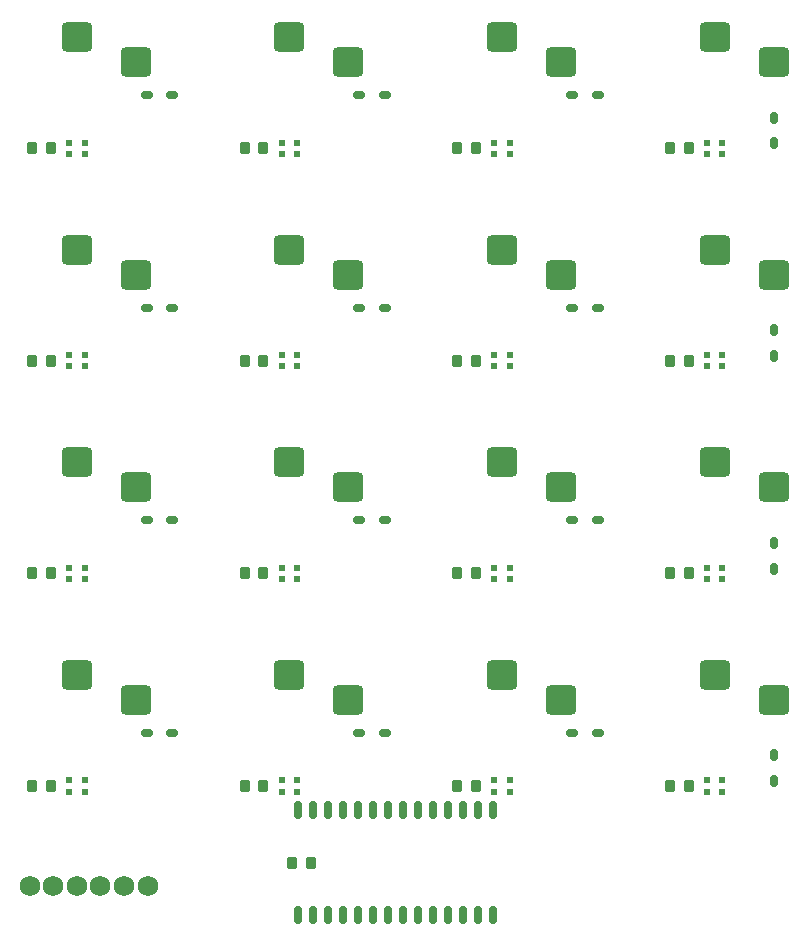
<source format=gts>
%TF.GenerationSoftware,KiCad,Pcbnew,9.0.7*%
%TF.CreationDate,2026-03-02T03:21:02+09:00*%
%TF.ProjectId,mixtee-key-pcb,6d697874-6565-42d6-9b65-792d7063622e,rev?*%
%TF.SameCoordinates,Original*%
%TF.FileFunction,Soldermask,Top*%
%TF.FilePolarity,Negative*%
%FSLAX46Y46*%
G04 Gerber Fmt 4.6, Leading zero omitted, Abs format (unit mm)*
G04 Created by KiCad (PCBNEW 9.0.7) date 2026-03-02 03:21:02*
%MOMM*%
%LPD*%
G01*
G04 APERTURE LIST*
G04 Aperture macros list*
%AMRoundRect*
0 Rectangle with rounded corners*
0 $1 Rounding radius*
0 $2 $3 $4 $5 $6 $7 $8 $9 X,Y pos of 4 corners*
0 Add a 4 corners polygon primitive as box body*
4,1,4,$2,$3,$4,$5,$6,$7,$8,$9,$2,$3,0*
0 Add four circle primitives for the rounded corners*
1,1,$1+$1,$2,$3*
1,1,$1+$1,$4,$5*
1,1,$1+$1,$6,$7*
1,1,$1+$1,$8,$9*
0 Add four rect primitives between the rounded corners*
20,1,$1+$1,$2,$3,$4,$5,0*
20,1,$1+$1,$4,$5,$6,$7,0*
20,1,$1+$1,$6,$7,$8,$9,0*
20,1,$1+$1,$8,$9,$2,$3,0*%
G04 Aperture macros list end*
%ADD10RoundRect,0.150000X-0.150000X-0.625000X0.150000X-0.625000X0.150000X0.625000X-0.150000X0.625000X0*%
%ADD11R,0.500000X0.550000*%
%ADD12RoundRect,0.225000X-0.225000X-0.275000X0.225000X-0.275000X0.225000X0.275000X-0.225000X0.275000X0*%
%ADD13RoundRect,0.175000X-0.325000X-0.175000X0.325000X-0.175000X0.325000X0.175000X-0.325000X0.175000X0*%
%ADD14RoundRect,0.375000X-0.900000X-0.875000X0.900000X-0.875000X0.900000X0.875000X-0.900000X0.875000X0*%
%ADD15RoundRect,0.175000X0.175000X-0.325000X0.175000X0.325000X-0.175000X0.325000X-0.175000X-0.325000X0*%
%ADD16C,1.750000*%
G04 APERTURE END LIST*
D10*
%TO.C,U1*%
X27745000Y-77445000D03*
X29015000Y-77445000D03*
X30285000Y-77445000D03*
X31555000Y-77445000D03*
X32825000Y-77445000D03*
X34095000Y-77445000D03*
X35365000Y-77445000D03*
X36635000Y-77445000D03*
X37905000Y-77445000D03*
X39175000Y-77445000D03*
X40445000Y-77445000D03*
X41715000Y-77445000D03*
X42985000Y-77445000D03*
X44255000Y-77445000D03*
X44255000Y-68555000D03*
X42985000Y-68555000D03*
X41715000Y-68555000D03*
X40445000Y-68555000D03*
X39175000Y-68555000D03*
X37905000Y-68555000D03*
X36635000Y-68555000D03*
X35365000Y-68555000D03*
X34095000Y-68555000D03*
X32825000Y-68555000D03*
X31555000Y-68555000D03*
X30285000Y-68555000D03*
X29015000Y-68555000D03*
X27745000Y-68555000D03*
%TD*%
D11*
%TO.C,LED14*%
X26350000Y-66025000D03*
X26350000Y-66975000D03*
X27650000Y-66975000D03*
X27650000Y-66025000D03*
%TD*%
%TO.C,LED13*%
X8350000Y-66025000D03*
X8350000Y-66975000D03*
X9650000Y-66975000D03*
X9650000Y-66025000D03*
%TD*%
D12*
%TO.C,C2*%
X23200000Y-12500000D03*
X24800000Y-12500000D03*
%TD*%
D13*
%TO.C,D9*%
X14900000Y-44000000D03*
X17100000Y-44000000D03*
%TD*%
%TO.C,D5*%
X14900000Y-26000000D03*
X17100000Y-26000000D03*
%TD*%
D14*
%TO.C,SW7*%
X45000000Y-21100000D03*
X50000000Y-23200000D03*
%TD*%
D11*
%TO.C,LED1*%
X8350000Y-12025000D03*
X8350000Y-12975000D03*
X9650000Y-12975000D03*
X9650000Y-12025000D03*
%TD*%
D15*
%TO.C,D16*%
X68000000Y-66100000D03*
X68000000Y-63900000D03*
%TD*%
D14*
%TO.C,SW13*%
X9000000Y-57100000D03*
X14000000Y-59200000D03*
%TD*%
%TO.C,SW16*%
X63000000Y-57100000D03*
X68000000Y-59200000D03*
%TD*%
%TO.C,SW1*%
X9000000Y-3100000D03*
X14000000Y-5200000D03*
%TD*%
D11*
%TO.C,LED9*%
X8350000Y-48025000D03*
X8350000Y-48975000D03*
X9650000Y-48975000D03*
X9650000Y-48025000D03*
%TD*%
D13*
%TO.C,D1*%
X14900000Y-8000000D03*
X17100000Y-8000000D03*
%TD*%
D11*
%TO.C,LED12*%
X62350000Y-48025000D03*
X62350000Y-48975000D03*
X63650000Y-48975000D03*
X63650000Y-48025000D03*
%TD*%
%TO.C,LED7*%
X44350000Y-30025000D03*
X44350000Y-30975000D03*
X45650000Y-30975000D03*
X45650000Y-30025000D03*
%TD*%
D15*
%TO.C,D12*%
X68000000Y-48100000D03*
X68000000Y-45900000D03*
%TD*%
D11*
%TO.C,LED16*%
X62350000Y-66025000D03*
X62350000Y-66975000D03*
X63650000Y-66975000D03*
X63650000Y-66025000D03*
%TD*%
D16*
%TO.C,J1*%
X5000000Y-75000000D03*
X7000000Y-75000000D03*
X9000000Y-75000000D03*
X11000000Y-75000000D03*
X13000000Y-75000000D03*
X15000000Y-75000000D03*
%TD*%
D12*
%TO.C,C13*%
X5200000Y-66500000D03*
X6800000Y-66500000D03*
%TD*%
D14*
%TO.C,SW8*%
X63000000Y-21100000D03*
X68000000Y-23200000D03*
%TD*%
D11*
%TO.C,LED11*%
X44350000Y-48025000D03*
X44350000Y-48975000D03*
X45650000Y-48975000D03*
X45650000Y-48025000D03*
%TD*%
D15*
%TO.C,D8*%
X68000000Y-30100000D03*
X68000000Y-27900000D03*
%TD*%
D11*
%TO.C,LED8*%
X62350000Y-30025000D03*
X62350000Y-30975000D03*
X63650000Y-30975000D03*
X63650000Y-30025000D03*
%TD*%
D12*
%TO.C,C12*%
X59200000Y-48500000D03*
X60800000Y-48500000D03*
%TD*%
%TO.C,C15*%
X41200000Y-66500000D03*
X42800000Y-66500000D03*
%TD*%
%TO.C,C10*%
X23200000Y-48500000D03*
X24800000Y-48500000D03*
%TD*%
D14*
%TO.C,SW2*%
X27000000Y-3100000D03*
X32000000Y-5200000D03*
%TD*%
D12*
%TO.C,C4*%
X59200000Y-12500000D03*
X60800000Y-12500000D03*
%TD*%
D14*
%TO.C,SW4*%
X63000000Y-3100000D03*
X68000000Y-5200000D03*
%TD*%
D13*
%TO.C,D11*%
X50900000Y-44000000D03*
X53100000Y-44000000D03*
%TD*%
%TO.C,D13*%
X14900000Y-62000000D03*
X17100000Y-62000000D03*
%TD*%
D11*
%TO.C,LED2*%
X26350000Y-12025000D03*
X26350000Y-12975000D03*
X27650000Y-12975000D03*
X27650000Y-12025000D03*
%TD*%
D15*
%TO.C,D4*%
X68000000Y-12100000D03*
X68000000Y-9900000D03*
%TD*%
D12*
%TO.C,C11*%
X41200000Y-48500000D03*
X42800000Y-48500000D03*
%TD*%
D11*
%TO.C,LED15*%
X44350000Y-66025000D03*
X44350000Y-66975000D03*
X45650000Y-66975000D03*
X45650000Y-66025000D03*
%TD*%
D12*
%TO.C,C14*%
X23200000Y-66500000D03*
X24800000Y-66500000D03*
%TD*%
D13*
%TO.C,D3*%
X50900000Y-8000000D03*
X53100000Y-8000000D03*
%TD*%
D14*
%TO.C,SW9*%
X9000000Y-39100000D03*
X14000000Y-41200000D03*
%TD*%
D11*
%TO.C,LED4*%
X62350000Y-12025000D03*
X62350000Y-12975000D03*
X63650000Y-12975000D03*
X63650000Y-12025000D03*
%TD*%
D14*
%TO.C,SW5*%
X9000000Y-21100000D03*
X14000000Y-23200000D03*
%TD*%
D12*
%TO.C,C6*%
X23200000Y-30500000D03*
X24800000Y-30500000D03*
%TD*%
%TO.C,C17*%
X27200000Y-73000000D03*
X28800000Y-73000000D03*
%TD*%
%TO.C,C16*%
X59200000Y-66500000D03*
X60800000Y-66500000D03*
%TD*%
D11*
%TO.C,LED10*%
X26350000Y-48025000D03*
X26350000Y-48975000D03*
X27650000Y-48975000D03*
X27650000Y-48025000D03*
%TD*%
D13*
%TO.C,D2*%
X32900000Y-8000000D03*
X35100000Y-8000000D03*
%TD*%
%TO.C,D10*%
X32900000Y-44000000D03*
X35100000Y-44000000D03*
%TD*%
D14*
%TO.C,SW3*%
X45000000Y-3100000D03*
X50000000Y-5200000D03*
%TD*%
%TO.C,SW14*%
X27000000Y-57100000D03*
X32000000Y-59200000D03*
%TD*%
D12*
%TO.C,C7*%
X41200000Y-30500000D03*
X42800000Y-30500000D03*
%TD*%
D13*
%TO.C,D6*%
X32900000Y-26000000D03*
X35100000Y-26000000D03*
%TD*%
%TO.C,D14*%
X32900000Y-62000000D03*
X35100000Y-62000000D03*
%TD*%
D14*
%TO.C,SW11*%
X45000000Y-39100000D03*
X50000000Y-41200000D03*
%TD*%
D11*
%TO.C,LED6*%
X26350000Y-30025000D03*
X26350000Y-30975000D03*
X27650000Y-30975000D03*
X27650000Y-30025000D03*
%TD*%
D12*
%TO.C,C3*%
X41200000Y-12500000D03*
X42800000Y-12500000D03*
%TD*%
D13*
%TO.C,D15*%
X50900000Y-62000000D03*
X53100000Y-62000000D03*
%TD*%
D11*
%TO.C,LED3*%
X44350000Y-12025000D03*
X44350000Y-12975000D03*
X45650000Y-12975000D03*
X45650000Y-12025000D03*
%TD*%
D12*
%TO.C,C1*%
X5200000Y-12500000D03*
X6800000Y-12500000D03*
%TD*%
D13*
%TO.C,D7*%
X50900000Y-26000000D03*
X53100000Y-26000000D03*
%TD*%
D12*
%TO.C,C8*%
X59200000Y-30500000D03*
X60800000Y-30500000D03*
%TD*%
D14*
%TO.C,SW6*%
X27000000Y-21100000D03*
X32000000Y-23200000D03*
%TD*%
%TO.C,SW15*%
X45000000Y-57100000D03*
X50000000Y-59200000D03*
%TD*%
%TO.C,SW10*%
X27000000Y-39100000D03*
X32000000Y-41200000D03*
%TD*%
D12*
%TO.C,C9*%
X5200000Y-48500000D03*
X6800000Y-48500000D03*
%TD*%
D14*
%TO.C,SW12*%
X63000000Y-39100000D03*
X68000000Y-41200000D03*
%TD*%
D11*
%TO.C,LED5*%
X8350000Y-30025000D03*
X8350000Y-30975000D03*
X9650000Y-30975000D03*
X9650000Y-30025000D03*
%TD*%
D12*
%TO.C,C5*%
X5200000Y-30500000D03*
X6800000Y-30500000D03*
%TD*%
M02*

</source>
